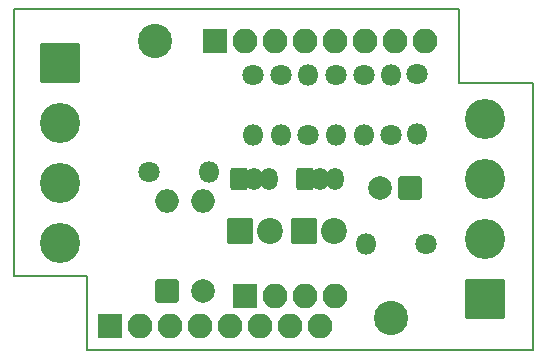
<source format=gbs>
G04 #@! TF.GenerationSoftware,KiCad,Pcbnew,7.0.1-3b83917a11~172~ubuntu20.04.1*
G04 #@! TF.CreationDate,2023-03-26T00:43:29+01:00*
G04 #@! TF.ProjectId,C64Saver2,43363453-6176-4657-9232-2e6b69636164,rev?*
G04 #@! TF.SameCoordinates,Original*
G04 #@! TF.FileFunction,Soldermask,Bot*
G04 #@! TF.FilePolarity,Negative*
%FSLAX46Y46*%
G04 Gerber Fmt 4.6, Leading zero omitted, Abs format (unit mm)*
G04 Created by KiCad (PCBNEW 7.0.1-3b83917a11~172~ubuntu20.04.1) date 2023-03-26 00:43:29*
%MOMM*%
%LPD*%
G01*
G04 APERTURE LIST*
G04 Aperture macros list*
%AMRoundRect*
0 Rectangle with rounded corners*
0 $1 Rounding radius*
0 $2 $3 $4 $5 $6 $7 $8 $9 X,Y pos of 4 corners*
0 Add a 4 corners polygon primitive as box body*
4,1,4,$2,$3,$4,$5,$6,$7,$8,$9,$2,$3,0*
0 Add four circle primitives for the rounded corners*
1,1,$1+$1,$2,$3*
1,1,$1+$1,$4,$5*
1,1,$1+$1,$6,$7*
1,1,$1+$1,$8,$9*
0 Add four rect primitives between the rounded corners*
20,1,$1+$1,$2,$3,$4,$5,0*
20,1,$1+$1,$4,$5,$6,$7,0*
20,1,$1+$1,$6,$7,$8,$9,0*
20,1,$1+$1,$8,$9,$2,$3,0*%
G04 Aperture macros list end*
%ADD10RoundRect,0.200000X0.800000X-0.800000X0.800000X0.800000X-0.800000X0.800000X-0.800000X-0.800000X0*%
%ADD11O,2.000000X2.000000*%
%ADD12RoundRect,0.200000X-0.525000X-0.750000X0.525000X-0.750000X0.525000X0.750000X-0.525000X0.750000X0*%
%ADD13O,1.450000X1.900000*%
%ADD14C,1.800000*%
%ADD15O,1.800000X1.800000*%
%ADD16C,2.000000*%
%ADD17C,3.400000*%
%ADD18RoundRect,0.200000X-1.500000X1.500000X-1.500000X-1.500000X1.500000X-1.500000X1.500000X1.500000X0*%
%ADD19RoundRect,0.200000X1.500000X-1.500000X1.500000X1.500000X-1.500000X1.500000X-1.500000X-1.500000X0*%
%ADD20RoundRect,0.200000X0.800000X0.800000X-0.800000X0.800000X-0.800000X-0.800000X0.800000X-0.800000X0*%
%ADD21O,2.100000X2.100000*%
%ADD22RoundRect,0.200000X0.850000X-0.850000X0.850000X0.850000X-0.850000X0.850000X-0.850000X-0.850000X0*%
%ADD23C,2.900000*%
%ADD24C,2.200000*%
%ADD25RoundRect,0.200000X-0.900000X-0.900000X0.900000X-0.900000X0.900000X0.900000X-0.900000X0.900000X0*%
G04 #@! TA.AperFunction,Profile*
%ADD26C,0.150000*%
G04 #@! TD*
G04 APERTURE END LIST*
D10*
X153416000Y-107569000D03*
D11*
X153416000Y-99949000D03*
D12*
X165100000Y-98044000D03*
D13*
X166370000Y-98044000D03*
X167640000Y-98044000D03*
D14*
X160705800Y-89245600D03*
D15*
X160705800Y-94325600D03*
D14*
X167690800Y-89255600D03*
D15*
X167690800Y-94335600D03*
D14*
X163093400Y-89245600D03*
D15*
X163093400Y-94325600D03*
D14*
X170103800Y-89245600D03*
D15*
X170103800Y-94325600D03*
D16*
X156464000Y-107569000D03*
D11*
X156464000Y-99949000D03*
D15*
X165379400Y-89281000D03*
D14*
X165379400Y-94361000D03*
D15*
X174599600Y-94310200D03*
D14*
X174599600Y-89230200D03*
D15*
X172389800Y-89255600D03*
D14*
X172389800Y-94335600D03*
D17*
X144399000Y-103505000D03*
X144399000Y-98425000D03*
X144399000Y-93345000D03*
D18*
X144399000Y-88265000D03*
D17*
X180340000Y-92964000D03*
X180340000Y-98044000D03*
X180340000Y-103124000D03*
D19*
X180340000Y-108204000D03*
D16*
X171470000Y-98856800D03*
D20*
X173970000Y-98856800D03*
D21*
X175260000Y-86360000D03*
X172720000Y-86360000D03*
X170180000Y-86360000D03*
X167640000Y-86360000D03*
X165100000Y-86360000D03*
X162560000Y-86360000D03*
X160020000Y-86360000D03*
D22*
X157480000Y-86360000D03*
D21*
X166370000Y-110490000D03*
X163830000Y-110490000D03*
X161290000Y-110490000D03*
X158750000Y-110490000D03*
X156210000Y-110490000D03*
X153670000Y-110490000D03*
X151130000Y-110490000D03*
D22*
X148590000Y-110490000D03*
D21*
X167640000Y-107950000D03*
X165100000Y-107950000D03*
X162560000Y-107950000D03*
D22*
X160020000Y-107950000D03*
D23*
X152405080Y-86357460D03*
X172399960Y-109862620D03*
D13*
X162072000Y-98094800D03*
X160802000Y-98094800D03*
D12*
X159532000Y-98094800D03*
D24*
X167538400Y-102463600D03*
D25*
X164998400Y-102463600D03*
D15*
X156946600Y-97485200D03*
D14*
X151866600Y-97485200D03*
D24*
X162153600Y-102463600D03*
D25*
X159613600Y-102463600D03*
D15*
X170230800Y-103581200D03*
D14*
X175310800Y-103581200D03*
D26*
X184404000Y-112522000D02*
X146685000Y-112522000D01*
X140462000Y-83693000D02*
X178181000Y-83693000D01*
X140462000Y-106299000D02*
X140462000Y-83693000D01*
X178181000Y-89916000D02*
X184404000Y-89916000D01*
X146685000Y-112522000D02*
X146685000Y-106299000D01*
X146685000Y-106299000D02*
X140462000Y-106299000D01*
X178181000Y-83693000D02*
X178181000Y-89916000D01*
X184404000Y-89916000D02*
X184404000Y-112522000D01*
M02*

</source>
